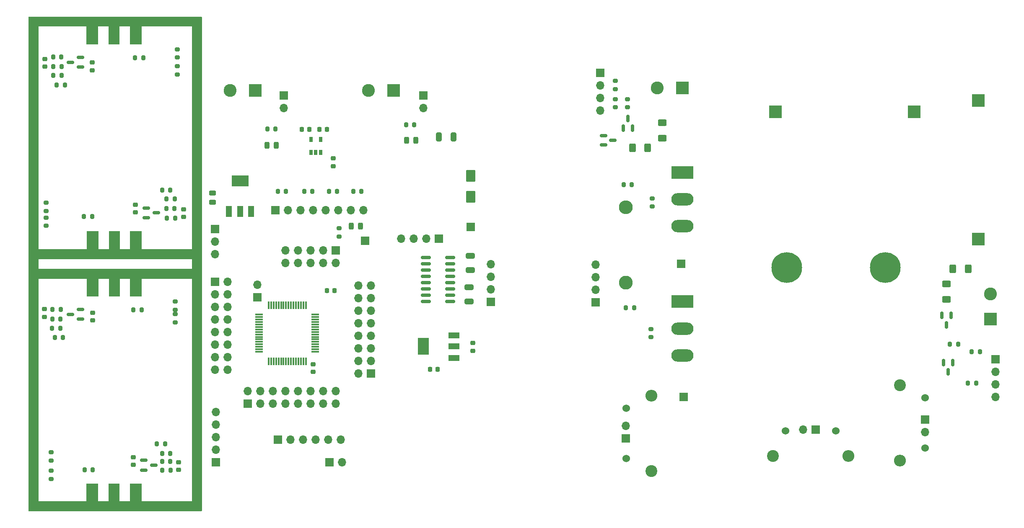
<source format=gbr>
%TF.GenerationSoftware,KiCad,Pcbnew,7.0.9*%
%TF.CreationDate,2023-12-08T00:16:34+01:00*%
%TF.ProjectId,SMPS_V1,534d5053-5f56-4312-9e6b-696361645f70,rev?*%
%TF.SameCoordinates,Original*%
%TF.FileFunction,Soldermask,Top*%
%TF.FilePolarity,Negative*%
%FSLAX46Y46*%
G04 Gerber Fmt 4.6, Leading zero omitted, Abs format (unit mm)*
G04 Created by KiCad (PCBNEW 7.0.9) date 2023-12-08 00:16:34*
%MOMM*%
%LPD*%
G01*
G04 APERTURE LIST*
G04 Aperture macros list*
%AMRoundRect*
0 Rectangle with rounded corners*
0 $1 Rounding radius*
0 $2 $3 $4 $5 $6 $7 $8 $9 X,Y pos of 4 corners*
0 Add a 4 corners polygon primitive as box body*
4,1,4,$2,$3,$4,$5,$6,$7,$8,$9,$2,$3,0*
0 Add four circle primitives for the rounded corners*
1,1,$1+$1,$2,$3*
1,1,$1+$1,$4,$5*
1,1,$1+$1,$6,$7*
1,1,$1+$1,$8,$9*
0 Add four rect primitives between the rounded corners*
20,1,$1+$1,$2,$3,$4,$5,0*
20,1,$1+$1,$4,$5,$6,$7,0*
20,1,$1+$1,$6,$7,$8,$9,0*
20,1,$1+$1,$8,$9,$2,$3,0*%
G04 Aperture macros list end*
%ADD10R,1.700000X1.700000*%
%ADD11O,1.700000X1.700000*%
%ADD12RoundRect,0.102000X0.850000X-1.045000X0.850000X1.045000X-0.850000X1.045000X-0.850000X-1.045000X0*%
%ADD13R,4.500000X2.500000*%
%ADD14O,4.500000X2.500000*%
%ADD15RoundRect,0.200000X0.200000X0.275000X-0.200000X0.275000X-0.200000X-0.275000X0.200000X-0.275000X0*%
%ADD16RoundRect,0.200000X-0.275000X0.200000X-0.275000X-0.200000X0.275000X-0.200000X0.275000X0.200000X0*%
%ADD17RoundRect,0.200000X0.275000X-0.200000X0.275000X0.200000X-0.275000X0.200000X-0.275000X-0.200000X0*%
%ADD18RoundRect,0.150000X-0.587500X-0.150000X0.587500X-0.150000X0.587500X0.150000X-0.587500X0.150000X0*%
%ADD19RoundRect,0.150000X0.587500X0.150000X-0.587500X0.150000X-0.587500X-0.150000X0.587500X-0.150000X0*%
%ADD20RoundRect,0.200000X-0.200000X-0.275000X0.200000X-0.275000X0.200000X0.275000X-0.200000X0.275000X0*%
%ADD21RoundRect,0.225000X-0.250000X0.225000X-0.250000X-0.225000X0.250000X-0.225000X0.250000X0.225000X0*%
%ADD22RoundRect,0.225000X0.250000X-0.225000X0.250000X0.225000X-0.250000X0.225000X-0.250000X-0.225000X0*%
%ADD23R,2.290000X5.080000*%
%ADD24R,2.420000X5.080000*%
%ADD25RoundRect,0.250000X-0.625000X0.400000X-0.625000X-0.400000X0.625000X-0.400000X0.625000X0.400000X0*%
%ADD26RoundRect,0.075000X0.700000X0.075000X-0.700000X0.075000X-0.700000X-0.075000X0.700000X-0.075000X0*%
%ADD27RoundRect,0.075000X0.075000X0.700000X-0.075000X0.700000X-0.075000X-0.700000X0.075000X-0.700000X0*%
%ADD28RoundRect,0.243750X-0.243750X-0.456250X0.243750X-0.456250X0.243750X0.456250X-0.243750X0.456250X0*%
%ADD29C,2.400000*%
%ADD30C,1.524000*%
%ADD31O,2.400000X2.400000*%
%ADD32RoundRect,0.243750X0.243750X0.456250X-0.243750X0.456250X-0.243750X-0.456250X0.243750X-0.456250X0*%
%ADD33RoundRect,0.225000X-0.225000X-0.250000X0.225000X-0.250000X0.225000X0.250000X-0.225000X0.250000X0*%
%ADD34RoundRect,0.250000X0.400000X0.625000X-0.400000X0.625000X-0.400000X-0.625000X0.400000X-0.625000X0*%
%ADD35RoundRect,0.243750X-0.456250X0.243750X-0.456250X-0.243750X0.456250X-0.243750X0.456250X0.243750X0*%
%ADD36R,2.500000X2.500000*%
%ADD37RoundRect,0.150000X-0.150000X0.587500X-0.150000X-0.587500X0.150000X-0.587500X0.150000X0.587500X0*%
%ADD38RoundRect,0.250000X-0.650000X0.325000X-0.650000X-0.325000X0.650000X-0.325000X0.650000X0.325000X0*%
%ADD39RoundRect,0.102000X1.200000X1.200000X-1.200000X1.200000X-1.200000X-1.200000X1.200000X-1.200000X0*%
%ADD40C,2.604000*%
%ADD41C,6.204000*%
%ADD42RoundRect,0.150000X-0.825000X-0.150000X0.825000X-0.150000X0.825000X0.150000X-0.825000X0.150000X0*%
%ADD43RoundRect,0.225000X0.225000X0.250000X-0.225000X0.250000X-0.225000X-0.250000X0.225000X-0.250000X0*%
%ADD44R,1.200000X2.200000*%
%ADD45R,3.500000X2.200000*%
%ADD46R,2.200000X1.200000*%
%ADD47R,2.200000X3.500000*%
%ADD48RoundRect,0.250000X0.325000X0.650000X-0.325000X0.650000X-0.325000X-0.650000X0.325000X-0.650000X0*%
%ADD49R,0.660000X1.100000*%
%ADD50RoundRect,0.102000X1.200000X-1.200000X1.200000X1.200000X-1.200000X1.200000X-1.200000X-1.200000X0*%
%ADD51RoundRect,0.150000X0.150000X-0.587500X0.150000X0.587500X-0.150000X0.587500X-0.150000X-0.587500X0*%
%ADD52C,2.800000*%
%ADD53O,2.800000X2.800000*%
G04 APERTURE END LIST*
D10*
%TO.C,J25*%
X163364200Y-92670800D03*
D11*
X163364200Y-90130800D03*
X163364200Y-87590800D03*
X163364200Y-85050800D03*
%TD*%
D10*
%TO.C,J24*%
X184554000Y-92731600D03*
D11*
X184554000Y-90191600D03*
X184554000Y-87651600D03*
X184554000Y-85111600D03*
%TD*%
D12*
%TO.C,D1*%
X159269400Y-71417400D03*
X159269400Y-67157400D03*
%TD*%
D13*
%TO.C,Q4*%
X202080000Y-92630000D03*
D14*
X202080000Y-98080000D03*
X202080000Y-103530000D03*
%TD*%
D13*
%TO.C,Q3*%
X202080000Y-66490000D03*
D14*
X202080000Y-71940000D03*
X202080000Y-77390000D03*
%TD*%
D10*
%TO.C,J12*%
X152900000Y-79900000D03*
D11*
X150360000Y-79900000D03*
X147820000Y-79900000D03*
X145280000Y-79900000D03*
%TD*%
D15*
%TO.C,R27*%
X75307400Y-99847400D03*
X76957400Y-99847400D03*
%TD*%
D16*
%TO.C,R48*%
X74583000Y-126810000D03*
X74583000Y-128460000D03*
%TD*%
D17*
%TO.C,R54*%
X100033800Y-43243000D03*
X100033800Y-41593000D03*
%TD*%
D16*
%TO.C,R53*%
X100033800Y-45022000D03*
X100033800Y-46672000D03*
%TD*%
D17*
%TO.C,R52*%
X73541600Y-74281800D03*
X73541600Y-72631800D03*
%TD*%
D16*
%TO.C,R51*%
X73558400Y-75629000D03*
X73558400Y-77279000D03*
%TD*%
D17*
%TO.C,R50*%
X99618800Y-94246200D03*
X99618800Y-92596200D03*
%TD*%
D16*
%TO.C,R49*%
X99618800Y-95136200D03*
X99618800Y-96786200D03*
%TD*%
D17*
%TO.C,R47*%
X74566200Y-123105000D03*
X74566200Y-124755000D03*
%TD*%
D18*
%TO.C,D9*%
X93810800Y-73726000D03*
X95842800Y-74676000D03*
X93810800Y-75692000D03*
%TD*%
D19*
%TO.C,D8*%
X80475800Y-45171400D03*
X78443800Y-44221400D03*
X80475800Y-43205400D03*
%TD*%
D18*
%TO.C,D7*%
X93226600Y-124703800D03*
X95258600Y-125653800D03*
X93226600Y-126669800D03*
%TD*%
D19*
%TO.C,D6*%
X80490400Y-94185800D03*
X78458400Y-95201800D03*
X80490400Y-96151800D03*
%TD*%
D20*
%TO.C,R46*%
X81174800Y-75412600D03*
X82824800Y-75412600D03*
%TD*%
D15*
%TO.C,R45*%
X93162600Y-43281600D03*
X91512600Y-43281600D03*
%TD*%
%TO.C,R44*%
X92807000Y-94310200D03*
X91157000Y-94310200D03*
%TD*%
D20*
%TO.C,R43*%
X81301800Y-126619000D03*
X82951800Y-126619000D03*
%TD*%
D15*
%TO.C,R42*%
X99499400Y-71805800D03*
X97849400Y-71805800D03*
%TD*%
D20*
%TO.C,R41*%
X97837200Y-73787000D03*
X99487200Y-73787000D03*
%TD*%
%TO.C,R40*%
X96948200Y-70104000D03*
X98598200Y-70104000D03*
%TD*%
%TO.C,R39*%
X97926600Y-75768200D03*
X99576600Y-75768200D03*
%TD*%
%TO.C,R38*%
X74990400Y-46837600D03*
X76640400Y-46837600D03*
%TD*%
D15*
%TO.C,R37*%
X76640400Y-45085000D03*
X74990400Y-45085000D03*
%TD*%
%TO.C,R36*%
X77325200Y-48818800D03*
X75675200Y-48818800D03*
%TD*%
%TO.C,R35*%
X76615000Y-43180000D03*
X74965000Y-43180000D03*
%TD*%
%TO.C,R34*%
X98636800Y-123291600D03*
X96986800Y-123291600D03*
%TD*%
D20*
%TO.C,R33*%
X96986800Y-124891800D03*
X98636800Y-124891800D03*
%TD*%
%TO.C,R32*%
X95894600Y-121412000D03*
X97544600Y-121412000D03*
%TD*%
%TO.C,R31*%
X97024400Y-126669800D03*
X98674400Y-126669800D03*
%TD*%
%TO.C,R30*%
X76411800Y-97993200D03*
X74761800Y-97993200D03*
%TD*%
D15*
%TO.C,R29*%
X74774000Y-96113600D03*
X76424000Y-96113600D03*
%TD*%
%TO.C,R28*%
X74831800Y-94183800D03*
X76481800Y-94183800D03*
%TD*%
D21*
%TO.C,C23*%
X101329200Y-73951800D03*
X101329200Y-75501800D03*
%TD*%
%TO.C,C22*%
X91550200Y-73037400D03*
X91550200Y-74587400D03*
%TD*%
D22*
%TO.C,C21*%
X73287600Y-45085600D03*
X73287600Y-43535600D03*
%TD*%
%TO.C,C20*%
X82838000Y-44272200D03*
X82838000Y-45822200D03*
%TD*%
D21*
%TO.C,C19*%
X100287800Y-125082000D03*
X100287800Y-126632000D03*
%TD*%
%TO.C,C18*%
X91143800Y-124091400D03*
X91143800Y-125641400D03*
%TD*%
D22*
%TO.C,C17*%
X73160600Y-94131800D03*
X73160600Y-95681800D03*
%TD*%
%TO.C,C16*%
X82965000Y-94856000D03*
X82965000Y-96406000D03*
%TD*%
D23*
%TO.C,J32*%
X87250000Y-131930000D03*
D24*
X82870000Y-131930000D03*
X91630000Y-131930000D03*
%TD*%
D23*
%TO.C,J31*%
X87297000Y-89060000D03*
D24*
X91677000Y-89060000D03*
X82917000Y-89060000D03*
%TD*%
D23*
%TO.C,J30*%
X87297000Y-80920000D03*
D24*
X82917000Y-80920000D03*
X91677000Y-80920000D03*
%TD*%
D23*
%TO.C,J29*%
X87250000Y-38070000D03*
D24*
X91630000Y-38070000D03*
X82870000Y-38070000D03*
%TD*%
D25*
%TO.C,R5*%
X198000000Y-56450000D03*
X198000000Y-59550000D03*
%TD*%
D26*
%TO.C,U3*%
X127922000Y-102743000D03*
X127922000Y-102243000D03*
X127922000Y-101743000D03*
X127922000Y-101243000D03*
X127922000Y-100743000D03*
X127922000Y-100243000D03*
X127922000Y-99743000D03*
X127922000Y-99243000D03*
X127922000Y-98743000D03*
X127922000Y-98243000D03*
X127922000Y-97743000D03*
X127922000Y-97243000D03*
X127922000Y-96743000D03*
X127922000Y-96243000D03*
X127922000Y-95743000D03*
X127922000Y-95243000D03*
D27*
X125997000Y-93318000D03*
X125497000Y-93318000D03*
X124997000Y-93318000D03*
X124497000Y-93318000D03*
X123997000Y-93318000D03*
X123497000Y-93318000D03*
X122997000Y-93318000D03*
X122497000Y-93318000D03*
X121997000Y-93318000D03*
X121497000Y-93318000D03*
X120997000Y-93318000D03*
X120497000Y-93318000D03*
X119997000Y-93318000D03*
X119497000Y-93318000D03*
X118997000Y-93318000D03*
X118497000Y-93318000D03*
D26*
X116572000Y-95243000D03*
X116572000Y-95743000D03*
X116572000Y-96243000D03*
X116572000Y-96743000D03*
X116572000Y-97243000D03*
X116572000Y-97743000D03*
X116572000Y-98243000D03*
X116572000Y-98743000D03*
X116572000Y-99243000D03*
X116572000Y-99743000D03*
X116572000Y-100243000D03*
X116572000Y-100743000D03*
X116572000Y-101243000D03*
X116572000Y-101743000D03*
X116572000Y-102243000D03*
X116572000Y-102743000D03*
D27*
X118497000Y-104668000D03*
X118997000Y-104668000D03*
X119497000Y-104668000D03*
X119997000Y-104668000D03*
X120497000Y-104668000D03*
X120997000Y-104668000D03*
X121497000Y-104668000D03*
X121997000Y-104668000D03*
X122497000Y-104668000D03*
X122997000Y-104668000D03*
X123497000Y-104668000D03*
X123997000Y-104668000D03*
X124497000Y-104668000D03*
X124997000Y-104668000D03*
X125497000Y-104668000D03*
X125997000Y-104668000D03*
%TD*%
D10*
%TO.C,J18*%
X202334000Y-111934000D03*
%TD*%
D28*
%TO.C,D4*%
X146380100Y-59965600D03*
X148255100Y-59965600D03*
%TD*%
D22*
%TO.C,C6*%
X127494000Y-106854000D03*
X127494000Y-105304000D03*
%TD*%
D29*
%TO.C,R15*%
X195758500Y-126920000D03*
D30*
X190678500Y-124380000D03*
X190678500Y-114220000D03*
D31*
X195758500Y-111680000D03*
%TD*%
D15*
%TO.C,R20*%
X257769000Y-101266000D03*
X256119000Y-101266000D03*
%TD*%
D32*
%TO.C,D5*%
X137027500Y-77360000D03*
X135152500Y-77360000D03*
%TD*%
D33*
%TO.C,C4*%
X125195000Y-57832000D03*
X126745000Y-57832000D03*
%TD*%
D15*
%TO.C,R4*%
X137209000Y-70291000D03*
X135559000Y-70291000D03*
%TD*%
D34*
%TO.C,R9*%
X195050000Y-61500000D03*
X191950000Y-61500000D03*
%TD*%
D10*
%TO.C,J26*%
X121511200Y-50923200D03*
D11*
X121511200Y-53463200D03*
%TD*%
D35*
%TO.C,C1*%
X107174000Y-70623500D03*
X107174000Y-72498500D03*
%TD*%
D36*
%TO.C,C13*%
X261800000Y-51990000D03*
X261800000Y-79990000D03*
%TD*%
D10*
%TO.C,J5*%
X116250000Y-91770000D03*
D11*
X116250000Y-89230000D03*
%TD*%
D37*
%TO.C,Q6*%
X256690000Y-104979000D03*
X254790000Y-104979000D03*
X255740000Y-106854000D03*
%TD*%
D38*
%TO.C,C9*%
X158990000Y-89680000D03*
X158990000Y-92630000D03*
%TD*%
D20*
%TO.C,R10*%
X190175000Y-69000000D03*
X191825000Y-69000000D03*
%TD*%
D38*
%TO.C,C10*%
X159244000Y-83330000D03*
X159244000Y-86280000D03*
%TD*%
D10*
%TO.C,J19*%
X190650000Y-120316000D03*
D11*
X190650000Y-117776000D03*
%TD*%
D10*
%TO.C,J4*%
X119874000Y-74101000D03*
D11*
X122414000Y-74101000D03*
X124954000Y-74101000D03*
X127494000Y-74101000D03*
X130034000Y-74101000D03*
X132574000Y-74101000D03*
X135114000Y-74101000D03*
X137654000Y-74101000D03*
%TD*%
D15*
%TO.C,R3*%
X127303000Y-70291000D03*
X125653000Y-70291000D03*
%TD*%
D34*
%TO.C,R17*%
X259790000Y-86026000D03*
X256690000Y-86026000D03*
%TD*%
D15*
%TO.C,R24*%
X147876400Y-56866800D03*
X146226400Y-56866800D03*
%TD*%
D20*
%TO.C,R11*%
X190650000Y-93900000D03*
X192300000Y-93900000D03*
%TD*%
D39*
%TO.C,J16*%
X202080000Y-49450000D03*
D40*
X197000000Y-49450000D03*
%TD*%
D16*
%TO.C,R6*%
X188500000Y-51675000D03*
X188500000Y-53325000D03*
%TD*%
D10*
%TO.C,J1*%
X107682000Y-77911000D03*
D11*
X107682000Y-80451000D03*
X107682000Y-82991000D03*
%TD*%
D20*
%TO.C,R25*%
X118235600Y-57730400D03*
X119885600Y-57730400D03*
%TD*%
D15*
%TO.C,R22*%
X261388000Y-109140000D03*
X259738000Y-109140000D03*
%TD*%
D37*
%TO.C,Q5*%
X256370000Y-95424000D03*
X254470000Y-95424000D03*
X255420000Y-97299000D03*
%TD*%
D10*
%TO.C,J2*%
X107682000Y-88579000D03*
D11*
X110222000Y-88579000D03*
X107682000Y-91119000D03*
X110222000Y-91119000D03*
X107682000Y-93659000D03*
X110222000Y-93659000D03*
X107682000Y-96199000D03*
X110222000Y-96199000D03*
X107682000Y-98739000D03*
X110222000Y-98739000D03*
X107682000Y-101279000D03*
X110222000Y-101279000D03*
X107682000Y-103819000D03*
X110222000Y-103819000D03*
X107682000Y-106359000D03*
X110222000Y-106359000D03*
%TD*%
D41*
%TO.C,L1*%
X223118000Y-85772000D03*
X243018000Y-85772000D03*
%TD*%
D25*
%TO.C,R18*%
X255420000Y-89048000D03*
X255420000Y-92148000D03*
%TD*%
D10*
%TO.C,J14*%
X159320200Y-77542400D03*
%TD*%
%TO.C,J8*%
X120382000Y-120570000D03*
D11*
X122922000Y-120570000D03*
X125462000Y-120570000D03*
X128002000Y-120570000D03*
X130542000Y-120570000D03*
X133082000Y-120570000D03*
%TD*%
D28*
%TO.C,D3*%
X118163000Y-60981600D03*
X120038000Y-60981600D03*
%TD*%
D42*
%TO.C,U4*%
X150230000Y-83740000D03*
X150230000Y-85010000D03*
X150230000Y-86280000D03*
X150230000Y-87550000D03*
X150230000Y-88820000D03*
X150230000Y-90090000D03*
X150230000Y-91360000D03*
X150230000Y-92630000D03*
X155180000Y-92630000D03*
X155180000Y-91360000D03*
X155180000Y-90090000D03*
X155180000Y-88820000D03*
X155180000Y-87550000D03*
X155180000Y-86280000D03*
X155180000Y-85010000D03*
X155180000Y-83740000D03*
%TD*%
D43*
%TO.C,C5*%
X131825000Y-90357000D03*
X130275000Y-90357000D03*
%TD*%
D10*
%TO.C,J10*%
X107800000Y-125130000D03*
D11*
X107800000Y-122590000D03*
X107800000Y-120050000D03*
X107800000Y-117510000D03*
X107800000Y-114970000D03*
%TD*%
D29*
%TO.C,R16*%
X220368000Y-123872000D03*
D30*
X222908000Y-118792000D03*
X233068000Y-118792000D03*
D31*
X235608000Y-123872000D03*
%TD*%
D18*
%TO.C,Q1*%
X186125000Y-59050000D03*
X186125000Y-60950000D03*
X188000000Y-60000000D03*
%TD*%
D10*
%TO.C,J13*%
X139178000Y-107121000D03*
D11*
X136638000Y-107121000D03*
X139178000Y-104581000D03*
X136638000Y-104581000D03*
X139178000Y-102041000D03*
X136638000Y-102041000D03*
X139178000Y-99501000D03*
X136638000Y-99501000D03*
X139178000Y-96961000D03*
X136638000Y-96961000D03*
X139178000Y-94421000D03*
X136638000Y-94421000D03*
X139178000Y-91881000D03*
X136638000Y-91881000D03*
X139178000Y-89341000D03*
X136638000Y-89341000D03*
%TD*%
D15*
%TO.C,R1*%
X132320000Y-70291000D03*
X130670000Y-70291000D03*
%TD*%
D39*
%TO.C,J11*%
X143750000Y-49912500D03*
D40*
X138670000Y-49912500D03*
%TD*%
D17*
%TO.C,R12*%
X195984000Y-73389000D03*
X195984000Y-71739000D03*
%TD*%
D10*
%TO.C,J28*%
X137986792Y-80331208D03*
%TD*%
D21*
%TO.C,C11*%
X159752000Y-100999000D03*
X159752000Y-102549000D03*
%TD*%
D20*
%TO.C,R21*%
X260500000Y-102790000D03*
X262150000Y-102790000D03*
%TD*%
D17*
%TO.C,R26*%
X132700000Y-79425000D03*
X132700000Y-77775000D03*
%TD*%
D10*
%TO.C,J22*%
X265326000Y-104314000D03*
D11*
X265326000Y-106854000D03*
X265326000Y-109394000D03*
X265326000Y-111934000D03*
%TD*%
D17*
%TO.C,R7*%
X188500000Y-49650000D03*
X188500000Y-48000000D03*
%TD*%
D33*
%TO.C,C8*%
X151090000Y-106274000D03*
X152640000Y-106274000D03*
%TD*%
D10*
%TO.C,J9*%
X130796000Y-125142000D03*
D11*
X133336000Y-125142000D03*
%TD*%
D44*
%TO.C,U2*%
X110462000Y-74407000D03*
D45*
X112762000Y-68207000D03*
D44*
X112762000Y-74407000D03*
X114962000Y-74407000D03*
%TD*%
D10*
%TO.C,J6*%
X132066000Y-82229000D03*
D11*
X132066000Y-84769000D03*
X129526000Y-82229000D03*
X129526000Y-84769000D03*
X126986000Y-82229000D03*
X126986000Y-84769000D03*
X124446000Y-82229000D03*
X124446000Y-84769000D03*
X121906000Y-82229000D03*
X121906000Y-84769000D03*
%TD*%
D46*
%TO.C,U5*%
X155942000Y-103988000D03*
D47*
X149742000Y-101688000D03*
D46*
X155942000Y-101688000D03*
X155942000Y-99488000D03*
%TD*%
D39*
%TO.C,J3*%
X115810000Y-49895000D03*
D40*
X110730000Y-49895000D03*
%TD*%
D10*
%TO.C,J7*%
X114286000Y-113217000D03*
D11*
X114286000Y-110677000D03*
X116826000Y-113217000D03*
X116826000Y-110677000D03*
X119366000Y-113217000D03*
X119366000Y-110677000D03*
X121906000Y-113217000D03*
X121906000Y-110677000D03*
X124446000Y-113217000D03*
X124446000Y-110677000D03*
X126986000Y-113217000D03*
X126986000Y-110677000D03*
X129526000Y-113217000D03*
X129526000Y-110677000D03*
X132066000Y-113217000D03*
X132066000Y-110677000D03*
%TD*%
D15*
%TO.C,R2*%
X121969000Y-70291000D03*
X120319000Y-70291000D03*
%TD*%
D48*
%TO.C,C7*%
X155844000Y-59356000D03*
X152894000Y-59356000D03*
%TD*%
D36*
%TO.C,C12*%
X220846000Y-54276000D03*
X248846000Y-54276000D03*
%TD*%
D10*
%TO.C,J27*%
X149756000Y-50923200D03*
D11*
X149756000Y-53463200D03*
%TD*%
%TO.C,J15*%
X185500000Y-54000000D03*
X185500000Y-51460000D03*
X185500000Y-48920000D03*
D10*
X185500000Y-46380000D03*
%TD*%
D43*
%TO.C,C3*%
X130301000Y-57832000D03*
X128751000Y-57832000D03*
%TD*%
D10*
%TO.C,J17*%
X201826000Y-85010000D03*
%TD*%
D49*
%TO.C,U1*%
X127052000Y-62421000D03*
X128002000Y-62421000D03*
X128952000Y-62421000D03*
X128952000Y-59821000D03*
X127052000Y-59821000D03*
%TD*%
D40*
%TO.C,J23*%
X264264500Y-91106000D03*
D50*
X264264500Y-96186000D03*
%TD*%
D10*
%TO.C,J21*%
X251102000Y-116500000D03*
D11*
X251102000Y-119040000D03*
%TD*%
D17*
%TO.C,R14*%
X195730000Y-99805000D03*
X195730000Y-98155000D03*
%TD*%
D22*
%TO.C,C2*%
X131558000Y-65211000D03*
X131558000Y-63661000D03*
%TD*%
D51*
%TO.C,Q2*%
X190100000Y-57500000D03*
X192000000Y-57500000D03*
X191050000Y-55625000D03*
%TD*%
D52*
%TO.C,R13*%
X190650000Y-88820000D03*
D53*
X190650000Y-73580000D03*
%TD*%
D16*
%TO.C,R8*%
X191000000Y-51675000D03*
X191000000Y-53325000D03*
%TD*%
D29*
%TO.C,R19*%
X246022000Y-109500000D03*
D30*
X251102000Y-112040000D03*
X251102000Y-122200000D03*
D31*
X246022000Y-124740000D03*
%TD*%
D10*
%TO.C,J20*%
X229004000Y-118538000D03*
D11*
X226464000Y-118538000D03*
%TD*%
G36*
X104943039Y-35019685D02*
G01*
X104988794Y-35072489D01*
X105000000Y-35124000D01*
X105000000Y-134876000D01*
X104980315Y-134943039D01*
X104927511Y-134988794D01*
X104876000Y-135000000D01*
X102874000Y-135000000D01*
X102806961Y-134980315D01*
X102761206Y-134927511D01*
X102750000Y-134876000D01*
X102750000Y-133124000D01*
X102769685Y-133056961D01*
X102822489Y-133011206D01*
X102874000Y-133000000D01*
X103000000Y-133000000D01*
X103000000Y-88000000D01*
X102874000Y-88000000D01*
X102806961Y-87980315D01*
X102761206Y-87927511D01*
X102750000Y-87876000D01*
X102750000Y-86124000D01*
X102769685Y-86056961D01*
X102822489Y-86011206D01*
X102874000Y-86000000D01*
X103000000Y-86000000D01*
X103000000Y-84000000D01*
X102874000Y-84000000D01*
X102806961Y-83980315D01*
X102761206Y-83927511D01*
X102750000Y-83876000D01*
X102750000Y-82124000D01*
X102769685Y-82056961D01*
X102822489Y-82011206D01*
X102874000Y-82000000D01*
X103000000Y-82000000D01*
X103000000Y-37000000D01*
X102874000Y-37000000D01*
X102806961Y-36980315D01*
X102761206Y-36927511D01*
X102750000Y-36876000D01*
X102750000Y-35124000D01*
X102769685Y-35056961D01*
X102822489Y-35011206D01*
X102874000Y-35000000D01*
X104876000Y-35000000D01*
X104943039Y-35019685D01*
G37*
G36*
X72193039Y-35019685D02*
G01*
X72238794Y-35072489D01*
X72250000Y-35124000D01*
X72250000Y-36876000D01*
X72230315Y-36943039D01*
X72177511Y-36988794D01*
X72126000Y-37000000D01*
X72000000Y-37000000D01*
X72000000Y-82000000D01*
X72126000Y-82000000D01*
X72193039Y-82019685D01*
X72238794Y-82072489D01*
X72250000Y-82124000D01*
X72250000Y-83876000D01*
X72230315Y-83943039D01*
X72177511Y-83988794D01*
X72126000Y-84000000D01*
X72000000Y-84000000D01*
X72000000Y-86000000D01*
X72126000Y-86000000D01*
X72193039Y-86019685D01*
X72238794Y-86072489D01*
X72250000Y-86124000D01*
X72250000Y-87876000D01*
X72230315Y-87943039D01*
X72177511Y-87988794D01*
X72126000Y-88000000D01*
X72000000Y-88000000D01*
X72000000Y-133000000D01*
X72126000Y-133000000D01*
X72193039Y-133019685D01*
X72238794Y-133072489D01*
X72250000Y-133124000D01*
X72250000Y-134876000D01*
X72230315Y-134943039D01*
X72177511Y-134988794D01*
X72126000Y-135000000D01*
X70124000Y-135000000D01*
X70056961Y-134980315D01*
X70011206Y-134927511D01*
X70000000Y-134876000D01*
X70000000Y-35124000D01*
X70019685Y-35056961D01*
X70072489Y-35011206D01*
X70124000Y-35000000D01*
X72126000Y-35000000D01*
X72193039Y-35019685D01*
G37*
G36*
X103205203Y-132885564D02*
G01*
X103242977Y-132944342D01*
X103246660Y-132961096D01*
X103248348Y-132972488D01*
X103248944Y-132978536D01*
X103249925Y-132998482D01*
X103250000Y-133001528D01*
X103250000Y-134876000D01*
X103230315Y-134943039D01*
X103177511Y-134988794D01*
X103126000Y-135000000D01*
X71874000Y-135000000D01*
X71806961Y-134980315D01*
X71761206Y-134927511D01*
X71750000Y-134876000D01*
X71750000Y-133001530D01*
X71750075Y-132998488D01*
X71751055Y-132978538D01*
X71751652Y-132972479D01*
X71753342Y-132961082D01*
X71782651Y-132897656D01*
X71841597Y-132860145D01*
X71911466Y-132860457D01*
X71970075Y-132898494D01*
X71998815Y-132962179D01*
X72000000Y-132979277D01*
X72000000Y-133000000D01*
X103000000Y-133000000D01*
X103000000Y-132979277D01*
X103019685Y-132912238D01*
X103072489Y-132866483D01*
X103141647Y-132856539D01*
X103205203Y-132885564D01*
G37*
G36*
X103193039Y-35019685D02*
G01*
X103238794Y-35072489D01*
X103250000Y-35124000D01*
X103250000Y-36998471D01*
X103249925Y-37001517D01*
X103248944Y-37021463D01*
X103248348Y-37027511D01*
X103246660Y-37038903D01*
X103217359Y-37102332D01*
X103158417Y-37139850D01*
X103088548Y-37139546D01*
X103029935Y-37101516D01*
X103001187Y-37037835D01*
X103000000Y-37020722D01*
X103000000Y-37000000D01*
X72000000Y-37000000D01*
X72000000Y-37020722D01*
X71980315Y-37087761D01*
X71927511Y-37133516D01*
X71858353Y-37143460D01*
X71794797Y-37114435D01*
X71757023Y-37055657D01*
X71753342Y-37038917D01*
X71751652Y-37027520D01*
X71751055Y-37021461D01*
X71750075Y-37001511D01*
X71750000Y-36998469D01*
X71750000Y-35124000D01*
X71769685Y-35056961D01*
X71822489Y-35011206D01*
X71874000Y-35000000D01*
X103126000Y-35000000D01*
X103193039Y-35019685D01*
G37*
G36*
X103205203Y-81885564D02*
G01*
X103242977Y-81944342D01*
X103246660Y-81961096D01*
X103248348Y-81972488D01*
X103248944Y-81978536D01*
X103249925Y-81998482D01*
X103250000Y-82001528D01*
X103250000Y-83998471D01*
X103249925Y-84001517D01*
X103248944Y-84021463D01*
X103248348Y-84027511D01*
X103246660Y-84038903D01*
X103217359Y-84102332D01*
X103158417Y-84139850D01*
X103088548Y-84139546D01*
X103029935Y-84101516D01*
X103001187Y-84037835D01*
X103000000Y-84020722D01*
X103000000Y-84000000D01*
X72000000Y-84000000D01*
X72000000Y-84020722D01*
X71980315Y-84087761D01*
X71927511Y-84133516D01*
X71858353Y-84143460D01*
X71794797Y-84114435D01*
X71757023Y-84055657D01*
X71753342Y-84038917D01*
X71751652Y-84027520D01*
X71751055Y-84021461D01*
X71750075Y-84001511D01*
X71750000Y-83998469D01*
X71750000Y-82001530D01*
X71750075Y-81998488D01*
X71751055Y-81978538D01*
X71751652Y-81972479D01*
X71753342Y-81961082D01*
X71782651Y-81897656D01*
X71841597Y-81860145D01*
X71911466Y-81860457D01*
X71970075Y-81898494D01*
X71998815Y-81962179D01*
X72000000Y-81979277D01*
X72000000Y-82000000D01*
X103000000Y-82000000D01*
X103000000Y-81979277D01*
X103019685Y-81912238D01*
X103072489Y-81866483D01*
X103141647Y-81856539D01*
X103205203Y-81885564D01*
G37*
G36*
X103205203Y-85885564D02*
G01*
X103242977Y-85944342D01*
X103246660Y-85961096D01*
X103248348Y-85972488D01*
X103248944Y-85978536D01*
X103249925Y-85998482D01*
X103250000Y-86001528D01*
X103250000Y-87998471D01*
X103249925Y-88001517D01*
X103248944Y-88021463D01*
X103248348Y-88027511D01*
X103246660Y-88038903D01*
X103217359Y-88102332D01*
X103158417Y-88139850D01*
X103088548Y-88139546D01*
X103029935Y-88101516D01*
X103001187Y-88037835D01*
X103000000Y-88020722D01*
X103000000Y-88000000D01*
X72000000Y-88000000D01*
X72000000Y-88020722D01*
X71980315Y-88087761D01*
X71927511Y-88133516D01*
X71858353Y-88143460D01*
X71794797Y-88114435D01*
X71757023Y-88055657D01*
X71753342Y-88038917D01*
X71751652Y-88027520D01*
X71751055Y-88021461D01*
X71750075Y-88001511D01*
X71750000Y-87998469D01*
X71750000Y-86001530D01*
X71750075Y-85998488D01*
X71751055Y-85978538D01*
X71751652Y-85972479D01*
X71753342Y-85961082D01*
X71782651Y-85897656D01*
X71841597Y-85860145D01*
X71911466Y-85860457D01*
X71970075Y-85898494D01*
X71998815Y-85962179D01*
X72000000Y-85979277D01*
X72000000Y-86000000D01*
X103000000Y-86000000D01*
X103000000Y-85979277D01*
X103019685Y-85912238D01*
X103072489Y-85866483D01*
X103141647Y-85856539D01*
X103205203Y-85885564D01*
G37*
M02*

</source>
